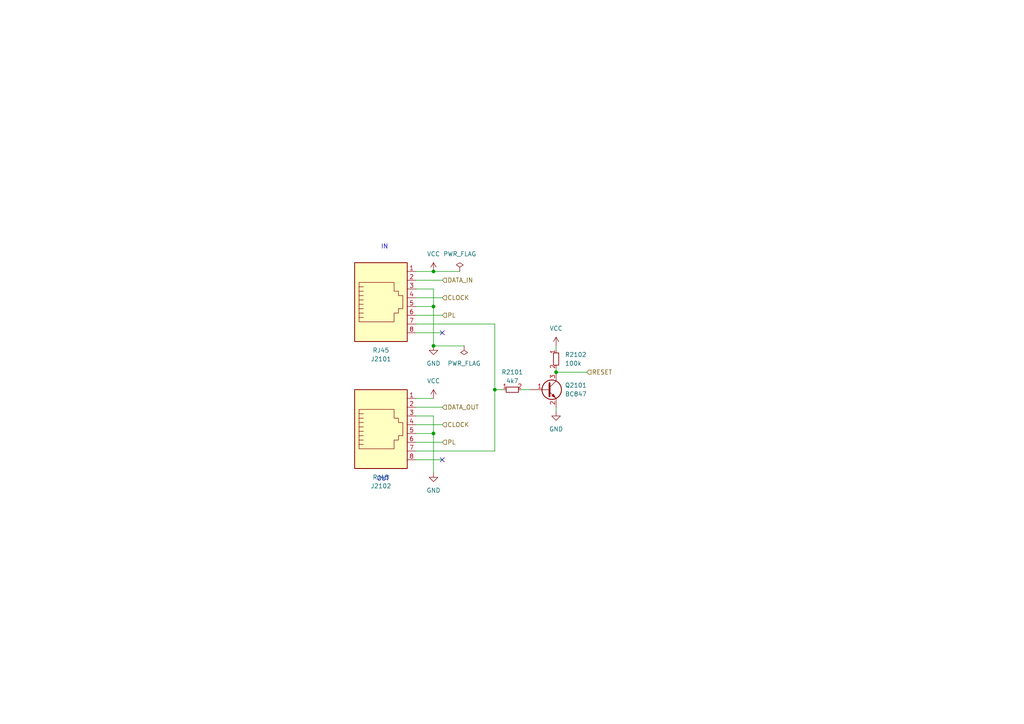
<source format=kicad_sch>
(kicad_sch (version 20231120) (generator "eeschema") (generator_version "8.0")
  (paper "A4")
  (lib_symbols
    (symbol "Connector:RJ45" (pin_names (offset 1.016))
      (property "Reference" "J" (at -5.08 13.97 0))
      (property "Value" "RJ45" (at 2.54 13.97 0))
      (symbol "RJ45_0_1"
        (polyline (pts (xy -5.08 4.445) (xy -6.35 4.445)))
        (polyline (pts (xy -5.08 5.715) (xy -6.35 5.715)))
        (polyline (pts (xy -6.35 -3.175) (xy -5.08 -3.175) (xy -5.08 -3.175)))
        (polyline (pts (xy -6.35 -1.905) (xy -5.08 -1.905) (xy -5.08 -1.905)))
        (polyline (pts (xy -6.35 -0.635) (xy -5.08 -0.635) (xy -5.08 -0.635)))
        (polyline (pts (xy -6.35 0.635) (xy -5.08 0.635) (xy -5.08 0.635)))
        (polyline (pts (xy -6.35 1.905) (xy -5.08 1.905) (xy -5.08 1.905)))
        (polyline (pts (xy -5.08 3.175) (xy -6.35 3.175) (xy -6.35 3.175)))
        (polyline (pts (xy -6.35 -4.445) (xy -6.35 6.985) (xy 3.81 6.985) (xy 3.81 4.445) (xy 5.08 4.445) (xy 5.08 3.175) (xy 6.35 3.175) (xy 6.35 -0.635) (xy 5.08 -0.635) (xy 5.08 -1.905) (xy 3.81 -1.905) (xy 3.81 -4.445) (xy -6.35 -4.445) (xy -6.35 -4.445)))
        (rectangle (start 7.62 12.7) (end -7.62 -10.16) (stroke (width 0.254)) (fill (type background)))
      )
      (symbol "RJ45_1_1"
        (pin passive line (at 10.16 -7.62 180) (length 2.54) (name "~") (number "1"))
        (pin passive line (at 10.16 -5.08 180) (length 2.54) (name "~") (number "2"))
        (pin passive line (at 10.16 -2.54 180) (length 2.54) (name "~") (number "3"))
        (pin passive line (at 10.16 0 180) (length 2.54) (name "~") (number "4"))
        (pin passive line (at 10.16 2.54 180) (length 2.54) (name "~") (number "5"))
        (pin passive line (at 10.16 5.08 180) (length 2.54) (name "~") (number "6"))
        (pin passive line (at 10.16 7.62 180) (length 2.54) (name "~") (number "7"))
        (pin passive line (at 10.16 10.16 180) (length 2.54) (name "~") (number "8"))
      )
    )
    (symbol "custom_kicad_lib_sk:BC847" (pin_names (offset 0) hide)
      (property "Reference" "Q" (at 5.08 1.905 0))
      (property "Value" "BC847" (at 5.08 0 0))
      (symbol "BC847_0_1"
        (polyline (pts (xy 0.635 0.635) (xy 2.54 2.54)))
        (polyline (pts (xy 0.635 -0.635) (xy 2.54 -2.54) (xy 2.54 -2.54)))
        (polyline (pts (xy 0.635 1.905) (xy 0.635 -1.905) (xy 0.635 -1.905)) (stroke (width 0.508)))
        (polyline (pts (xy 1.27 -1.778) (xy 1.778 -1.27) (xy 2.286 -2.286) (xy 1.27 -1.778) (xy 1.27 -1.778)) (fill (type outline)))
        (circle (center 1.27 0) (radius 2.8194) (stroke (width 0.254)))
      )
      (symbol "BC847_1_1"
        (pin input line (at -5.08 0 0) (length 5.715) (name "B") (number "1"))
        (pin passive line (at 2.54 -5.08 90) (length 2.54) (name "E") (number "2"))
        (pin passive line (at 2.54 5.08 270) (length 2.54) (name "C") (number "3"))
      )
    )
    (symbol "power:GND" (power) (pin_names (offset 0))
      (property "Value" "GND" (at 0 -3.81 0))
      (symbol "GND_0_1"
        (polyline (pts (xy 0 0) (xy 0 -1.27) (xy 1.27 -1.27) (xy 0 -2.54) (xy -1.27 -1.27) (xy 0 -1.27)))
      )
      (symbol "GND_1_1"
        (pin power_in line (at 0 0 270) (length 0) hide (name "GND") (number "1"))
      )
    )
    (symbol "power:PWR_FLAG" (power) (pin_numbers hide) (pin_names (offset 0) hide)
      (property "Value" "PWR_FLAG" (at 0 3.81 0))
      (symbol "PWR_FLAG_0_0"
        (pin power_out line (at 0 0 90) (length 0) (name "pwr") (number "1"))
      )
      (symbol "PWR_FLAG_0_1"
        (polyline (pts (xy 0 0) (xy 0 1.27) (xy -1.016 1.905) (xy 0 2.54) (xy 1.016 1.905) (xy 0 1.27)))
      )
    )
    (symbol "power:VCC" (power) (pin_names (offset 0))
      (property "Value" "VCC" (at 0 3.81 0))
      (symbol "VCC_0_1"
        (polyline (pts (xy -0.762 1.27) (xy 0 2.54)))
        (polyline (pts (xy 0 0) (xy 0 2.54)))
        (polyline (pts (xy 0 2.54) (xy 0.762 1.27)))
      )
      (symbol "VCC_1_1"
        (pin power_in line (at 0 0 90) (length 0) hide (name "VCC") (number "1"))
      )
    )
    (symbol "resistors_0603:R_100k_0603"
      (property "Reference" "R" (at 1.27 2.54 0))
      (property "Value" "100k" (at 2.54 -2.54 0))
      (symbol "R_100k_0603_0_1"
        (rectangle (start -0.762 1.778) (end 0.762 -1.778) (stroke (width 0.2032)))
      )
      (symbol "R_100k_0603_1_1"
        (pin passive line (at 0 2.54 270) (length 0.762) (name "~") (number "1"))
        (pin passive line (at 0 -2.54 90) (length 0.762) (name "~") (number "2"))
      )
    )
    (symbol "resistors_0603:R_4k7_0603"
      (property "Reference" "R" (at 1.27 2.54 0))
      (property "Value" "4k7" (at 2.54 -2.54 0))
      (symbol "R_4k7_0603_0_1"
        (rectangle (start -0.762 1.778) (end 0.762 -1.778) (stroke (width 0.2032)))
      )
      (symbol "R_4k7_0603_1_1"
        (pin passive line (at 0 2.54 270) (length 0.762) (name "~") (number "1"))
        (pin passive line (at 0 -2.54 90) (length 0.762) (name "~") (number "2"))
      )
    )
  )
  (junction (at 125.73 88.9))
  (junction (at 161.29 107.95))
  (junction (at 143.51 113.03))
  (junction (at 125.73 125.73))
  (junction (at 125.73 100.33))
  (junction (at 125.73 78.74))
  (no_connect (at 128.27 96.52))
  (no_connect (at 128.27 133.35))
  (wire (pts (xy 125.73 100.33) (xy 134.62 100.33)))
  (wire (pts (xy 161.29 100.33) (xy 161.29 101.6)))
  (wire (pts (xy 120.65 130.81) (xy 143.51 130.81)))
  (wire (pts (xy 161.29 106.68) (xy 161.29 107.95)))
  (wire (pts (xy 120.65 91.44) (xy 128.27 91.44)))
  (wire (pts (xy 120.65 78.74) (xy 125.73 78.74)))
  (wire (pts (xy 120.65 125.73) (xy 125.73 125.73)))
  (wire (pts (xy 120.65 123.19) (xy 128.27 123.19)))
  (wire (pts (xy 120.65 83.82) (xy 125.73 83.82)))
  (wire (pts (xy 143.51 93.98) (xy 143.51 113.03)))
  (wire (pts (xy 125.73 78.74) (xy 133.35 78.74)))
  (wire (pts (xy 151.13 113.03) (xy 153.67 113.03)))
  (wire (pts (xy 120.65 115.57) (xy 125.73 115.57)))
  (wire (pts (xy 120.65 118.11) (xy 128.27 118.11)))
  (wire (pts (xy 161.29 118.11) (xy 161.29 119.38)))
  (wire (pts (xy 120.65 86.36) (xy 128.27 86.36)))
  (wire (pts (xy 120.65 93.98) (xy 143.51 93.98)))
  (wire (pts (xy 143.51 113.03) (xy 143.51 130.81)))
  (wire (pts (xy 120.65 88.9) (xy 125.73 88.9)))
  (wire (pts (xy 125.73 83.82) (xy 125.73 88.9)))
  (wire (pts (xy 143.51 113.03) (xy 146.05 113.03)))
  (wire (pts (xy 125.73 120.65) (xy 125.73 125.73)))
  (wire (pts (xy 125.73 88.9) (xy 125.73 100.33)))
  (wire (pts (xy 161.29 107.95) (xy 170.18 107.95)))
  (wire (pts (xy 120.65 128.27) (xy 128.27 128.27)))
  (wire (pts (xy 125.73 125.73) (xy 125.73 137.16)))
  (wire (pts (xy 120.65 81.28) (xy 128.27 81.28)))
  (wire (pts (xy 120.65 133.35) (xy 128.27 133.35)))
  (wire (pts (xy 120.65 96.52) (xy 128.27 96.52)))
  (wire (pts (xy 120.65 120.65) (xy 125.73 120.65)))
  (text "IN" (at 110.49 72.39 0) (effects (font (size 1.27 1.27)) (justify left bottom)))
  (text "OUT\n" (at 109.22 139.7 0) (effects (font (size 1.27 1.27)) (justify left bottom)))
  (hierarchical_label "DATA_IN" (shape input) (at 128.27 81.28 0))
  (hierarchical_label "CLOCK" (shape input) (at 128.27 86.36 0))
  (hierarchical_label "PL" (shape input) (at 128.27 128.27 0))
  (hierarchical_label "DATA_OUT" (shape input) (at 128.27 118.11 0))
  (hierarchical_label "RESET" (shape input) (at 170.18 107.95 0))
  (hierarchical_label "CLOCK" (shape input) (at 128.27 123.19 0))
  (hierarchical_label "PL" (shape input) (at 128.27 91.44 0))
  (symbol (lib_id "power:VCC") (at 125.73 115.57 0) (unit 1)
    (property "Reference" "#PWR02103" (effects (hide yes)))
    (property "Value" "VCC" (at 125.73 110.49 0))
  )
  (symbol (lib_id "power:VCC") (at 161.29 100.33 0) (unit 1)
    (property "Reference" "#PWR02105" (effects (hide yes)))
    (property "Value" "VCC" (at 161.29 95.25 0))
  )
  (symbol (lib_id "resistors_0603:R_100k_0603") (at 161.29 104.14 0) (unit 1)
    (property "Reference" "R2102" (at 163.83 102.87 0) (effects (justify left)))
    (property "Value" "100k" (at 163.83 105.41 0) (effects (justify left)))
    (property "Footprint" "custom_kicad_lib_sk:R_0603_smalltext" (effects (hide yes)))
    (property "JLCPCB Part#" "C25803" (effects (hide yes)))
  )
  (symbol (lib_id "power:GND") (at 161.29 119.38 0) (unit 1)
    (property "Reference" "#PWR02106" (effects (hide yes)))
    (property "Value" "GND" (at 161.29 124.46 0))
  )
  (symbol (lib_id "Connector:RJ45") (at 110.49 123.19 0) (mirror x) (unit 1)
    (property "Reference" "J2102" (at 110.49 140.97 0))
    (property "Value" "RJ45" (at 110.49 138.43 0))
    (property "Footprint" "Connector_RJ:RJ45_Amphenol_54602-x08_Horizontal" (effects (hide yes)))
    (property "JLCPCB Part#" "C2847314" (effects (hide yes)))
  )
  (symbol (lib_id "power:PWR_FLAG") (at 133.35 78.74 0) (unit 1)
    (property "Reference" "#FLG02101" (effects (hide yes)))
    (property "Value" "PWR_FLAG" (at 133.35 73.66 0))
  )
  (symbol (lib_id "power:PWR_FLAG") (at 134.62 100.33 180) (unit 1)
    (property "Reference" "#FLG02102" (effects (hide yes)))
    (property "Value" "PWR_FLAG" (at 134.62 105.41 0))
  )
  (symbol (lib_id "Connector:RJ45") (at 110.49 86.36 0) (mirror x) (unit 1)
    (property "Reference" "J2101" (at 110.49 104.14 0))
    (property "Value" "RJ45" (at 110.49 101.6 0))
    (property "Footprint" "Connector_RJ:RJ45_Amphenol_54602-x08_Horizontal" (effects (hide yes)))
    (property "JLCPCB Part#" "C2847314" (effects (hide yes)))
  )
  (symbol (lib_id "power:VCC") (at 125.73 78.74 0) (unit 1)
    (property "Reference" "#PWR02101" (effects (hide yes)))
    (property "Value" "VCC" (at 125.73 73.66 0))
  )
  (symbol (lib_id "power:GND") (at 125.73 100.33 0) (unit 1)
    (property "Reference" "#PWR02102" (effects (hide yes)))
    (property "Value" "GND" (at 125.73 105.41 0))
  )
  (symbol (lib_id "custom_kicad_lib_sk:BC847") (at 158.75 113.03 0) (unit 1)
    (property "Reference" "Q2101" (at 163.83 111.76 0) (effects (justify left)))
    (property "Value" "BC847" (at 163.83 114.3 0) (effects (justify left)))
    (property "Footprint" "Package_TO_SOT_SMD:SOT-23" (effects (hide yes)))
    (property "Datasheet" "https://www.onsemi.com/pub/Collateral/BC818-D.pdf" (effects (hide yes)))
    (property "JLCPCB Part#" "C181140" (effects (hide yes)))
  )
  (symbol (lib_id "power:GND") (at 125.73 137.16 0) (unit 1)
    (property "Reference" "#PWR02104" (effects (hide yes)))
    (property "Value" "GND" (at 125.73 142.24 0))
  )
  (symbol (lib_id "resistors_0603:R_4k7_0603") (at 148.59 113.03 90) (unit 1)
    (property "Reference" "R2101" (at 148.59 107.95 90))
    (property "Value" "4k7" (at 148.59 110.49 90))
    (property "Footprint" "custom_kicad_lib_sk:R_0603_smalltext" (effects (hide yes)))
    (property "JLCPCB Part#" "C23162" (effects (hide yes)))
  )
)
</source>
